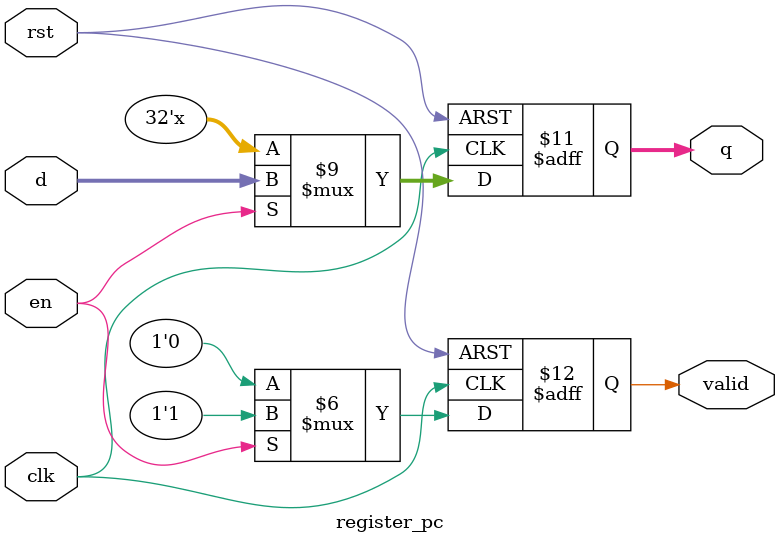
<source format=v>
module register_pc(q, valid, d, en, clk, rst);

  output reg [31:0] q;
  output reg        valid;
  input      [31:0] d;
  input             en, clk, rst;

  initial begin
    q <= 32'b0;
    valid <= 1'b0;
  end

  always @(posedge clk or negedge rst) begin
      if (~rst) begin
        q <= 32'b0;
        valid <= 1'b1;
      end
      else if (en == 1) begin
        q <= d;
        valid <= 1'b1;
      end
      else begin
        q <= 32'hxxxxxxxx;
        valid <= 1'b0;
      end
  end

endmodule

</source>
